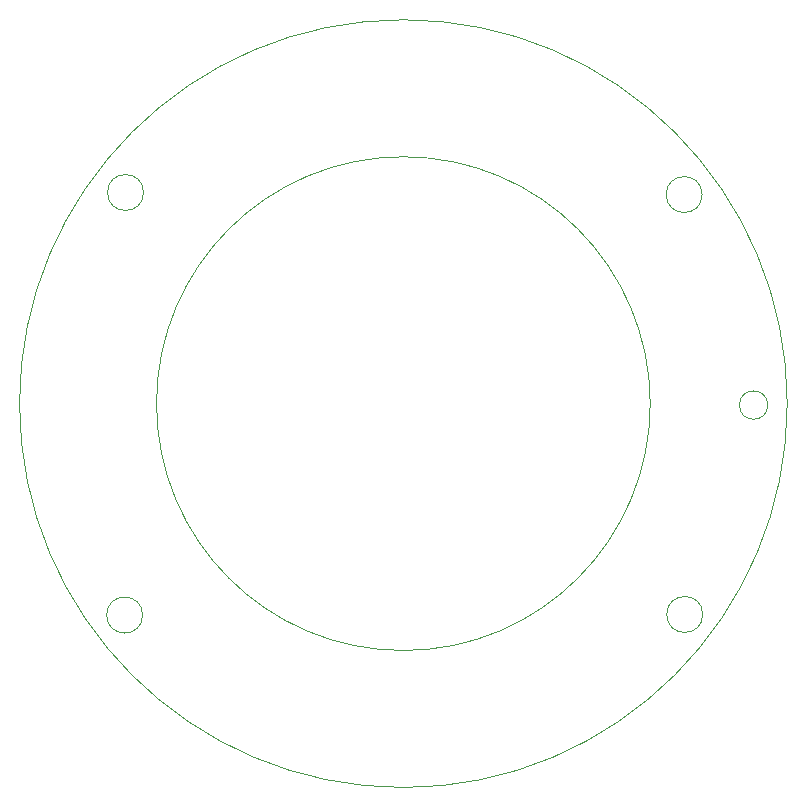
<source format=gm1>
G04 #@! TF.GenerationSoftware,KiCad,Pcbnew,5.1.5+dfsg1-2build2*
G04 #@! TF.CreationDate,2020-10-18T16:37:04+02:00*
G04 #@! TF.ProjectId,lensmount-v1.1,6c656e73-6d6f-4756-9e74-2d76312e312e,rev?*
G04 #@! TF.SameCoordinates,Original*
G04 #@! TF.FileFunction,Profile,NP*
%FSLAX46Y46*%
G04 Gerber Fmt 4.6, Leading zero omitted, Abs format (unit mm)*
G04 Created by KiCad (PCBNEW 5.1.5+dfsg1-2build2) date 2020-10-18 16:37:04*
%MOMM*%
%LPD*%
G04 APERTURE LIST*
%ADD10C,0.050000*%
G04 APERTURE END LIST*
D10*
X130851041Y-100125000D02*
G75*
G03X130851041Y-100125000I-1201041J0D01*
G01*
X125348155Y-117850000D02*
G75*
G03X125348155Y-117850000I-1523155J0D01*
G01*
X125298155Y-82300000D02*
G75*
G03X125298155Y-82300000I-1523155J0D01*
G01*
X77998155Y-82125000D02*
G75*
G03X77998155Y-82125000I-1523155J0D01*
G01*
X77923155Y-117900000D02*
G75*
G03X77923155Y-117900000I-1523155J0D01*
G01*
X120900000Y-100000000D02*
G75*
G03X120900000Y-100000000I-20900000J0D01*
G01*
X132500000Y-100000000D02*
G75*
G03X132500000Y-100000000I-32500000J0D01*
G01*
M02*

</source>
